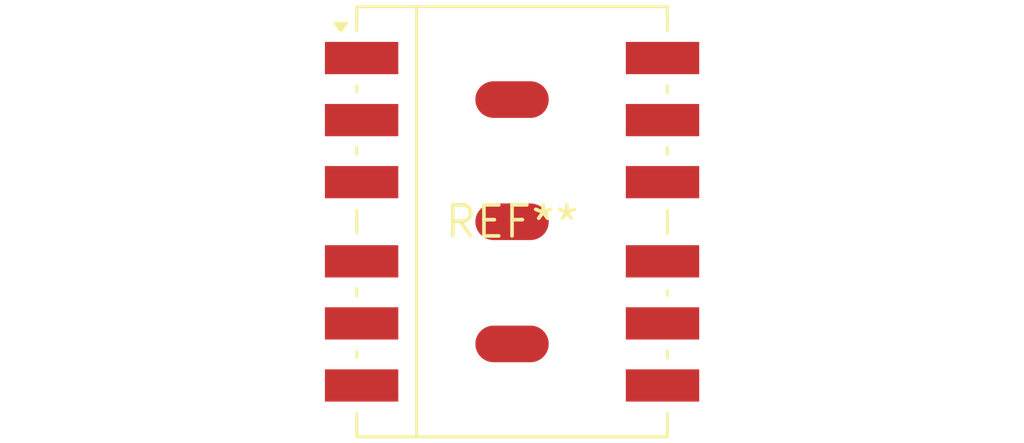
<source format=kicad_pcb>
(kicad_pcb (version 20240108) (generator pcbnew)
  (layers (0 "F.Cu" signal) (31 "B.Cu" signal) (34 "B.Paste" user) (35 "F.Paste" user) (36 "B.SilkS" user "B.Silkscreen") (37 "F.SilkS" user "F.Silkscreen") (38 "B.Mask" user) (39 "F.Mask" user) (44 "Edge.Cuts" user))
  (net 0 "")
  (footprint "Transformer_NF_ETAL_P3000_HandSoldering" (layer "F.Cu") (at 0 0)
    (property "Reference" "REF**")
    (property "Value" "Transformer_NF_ETAL_P3000_HandSoldering")
    (fp_line (start -6.35 -8.8) (end 6.35 -8.8) (layer "F.SilkS") (stroke (width 0.12)))
    (fp_line (start -6.35 -7.82) (end -6.35 -8.8) (layer "F.SilkS") (stroke (width 0.12)))
    (fp_line (start -6.35 -5.31) (end -6.35 -5.57) (layer "F.SilkS") (stroke (width 0.12)))
    (fp_line (start -6.35 -2.75) (end -6.35 -3.05) (layer "F.SilkS") (stroke (width 0.12)))
    (fp_line (start -6.35 0.46) (end -6.35 -0.48) (layer "F.SilkS") (stroke (width 0.12)))
    (fp_line (start -6.35 3.05) (end -6.35 2.73) (layer "F.SilkS") (stroke (width 0.12)))
    (fp_line (start -6.35 5.55) (end -6.35 5.31) (layer "F.SilkS") (stroke (width 0.12)))
    (fp_line (start -6.35 8.8) (end -6.35 7.83) (layer "F.SilkS") (stroke (width 0.12)))
    (fp_line (start -3.9 8.8) (end -3.9 -8.8) (layer "F.SilkS") (stroke (width 0.12)))
    (fp_line (start 6.35 -8.8) (end 6.35 -7.82) (layer "F.SilkS") (stroke (width 0.12)))
    (fp_line (start 6.35 -5.57) (end 6.35 -5.28) (layer "F.SilkS") (stroke (width 0.12)))
    (fp_line (start 6.35 -3.04) (end 6.35 -2.75) (layer "F.SilkS") (stroke (width 0.12)))
    (fp_line (start 6.35 -0.46) (end 6.35 0.48) (layer "F.SilkS") (stroke (width 0.12)))
    (fp_line (start 6.35 2.81) (end 6.35 3.02) (layer "F.SilkS") (stroke (width 0.12)))
    (fp_line (start 6.35 5.28) (end 6.35 5.58) (layer "F.SilkS") (stroke (width 0.12)))
    (fp_line (start 6.35 8.8) (end -6.35 8.8) (layer "F.SilkS") (stroke (width 0.12)))
    (fp_line (start 6.35 8.8) (end 6.35 7.83) (layer "F.SilkS") (stroke (width 0.12)))
    (fp_poly (pts (xy -7 -7.8) (xy -7.24 -8.13) (xy -6.76 -8.13) (xy -7 -7.8)) (layer "F.SilkS") (stroke (width 0.12)) (fill solid))
    (pad "1" smd rect (at -6.15 -6.7 270) (size 1.32 3) (layers "F.Cu" "F.Paste" "F.Mask"))
    (pad "2" smd rect (at -6.15 -4.16 270) (size 1.32 3) (layers "F.Cu" "F.Paste" "F.Mask"))
    (pad "3" smd rect (at -6.15 -1.62 270) (size 1.32 3) (layers "F.Cu" "F.Paste" "F.Mask"))
    (pad "4" smd rect (at -6.15 1.62 270) (size 1.32 3) (layers "F.Cu" "F.Paste" "F.Mask"))
    (pad "5" smd rect (at -6.15 4.16 270) (size 1.32 3) (layers "F.Cu" "F.Paste" "F.Mask"))
    (pad "6" smd rect (at -6.15 6.7 270) (size 1.32 3) (layers "F.Cu" "F.Paste" "F.Mask"))
    (pad "7" smd rect (at 6.15 6.7 270) (size 1.32 3) (layers "F.Cu" "F.Paste" "F.Mask"))
    (pad "8" smd rect (at 6.15 4.16 270) (size 1.32 3) (layers "F.Cu" "F.Paste" "F.Mask"))
    (pad "9" smd rect (at 6.15 1.62 270) (size 1.32 3) (layers "F.Cu" "F.Paste" "F.Mask"))
    (pad "10" smd rect (at 6.15 -1.62 270) (size 1.32 3) (layers "F.Cu" "F.Paste" "F.Mask"))
    (pad "11" smd rect (at 6.15 -4.16 270) (size 1.32 3) (layers "F.Cu" "F.Paste" "F.Mask"))
    (pad "12" smd rect (at 6.15 -6.7 270) (size 1.32 3) (layers "F.Cu" "F.Paste" "F.Mask"))
    (pad "13" smd oval (at 0 -5 270) (size 1.5 3) (layers "F.Cu" "F.Paste" "F.Mask"))
    (pad "13" smd oval (at 0 0 270) (size 1.5 3) (layers "F.Cu" "F.Paste" "F.Mask"))
    (pad "13" smd oval (at 0 5 270) (size 1.5 3) (layers "F.Cu" "F.Paste" "F.Mask"))
  )
)
</source>
